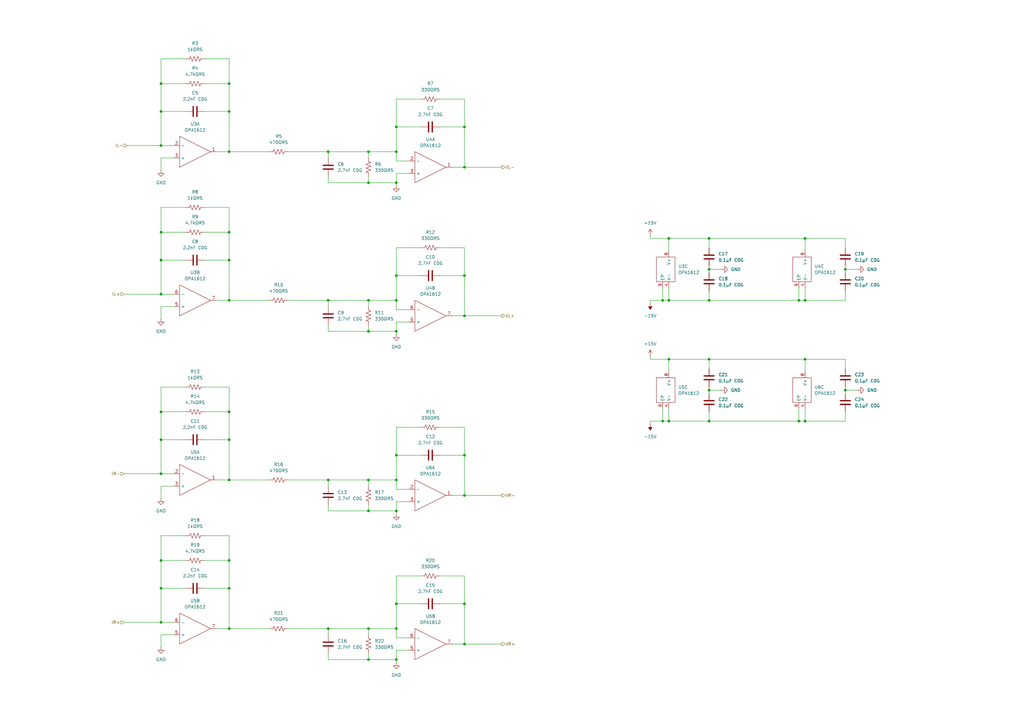
<source format=kicad_sch>
(kicad_sch (version 20231120) (generator "eeschema") (generator_version "8.0")
  (paper "A3")
  (lib_symbols
    (symbol "BW_Active:OPA1612"
      (property "Reference" "U" (at 2.794 5.588 0))
      (property "Value" "OPA1612" (at 2.794 3.302 0))
      (symbol "OPA1612_1_0"
        (pin output line (at 10.16 0 180) (length 2.54) (name "") (number "1"))
        (pin input line (at -7.62 2.54 0) (length 2.54) (name "-") (number "2"))
        (pin input line (at -7.62 -2.54 0) (length 2.54) (name "+") (number "3"))
      )
      (symbol "OPA1612_1_1"
        (polyline (pts (xy -5.08 6.35) (xy -5.08 -6.35) (xy 7.62 0) (xy -5.08 6.35)))
      )
      (symbol "OPA1612_2_0"
        (pin input line (at -7.62 -2.54 0) (length 2.54) (name "+") (number "5"))
        (pin input line (at -7.62 2.54 0) (length 2.54) (name "-") (number "6"))
        (pin output line (at 10.16 0 180) (length 2.54) (name "") (number "7"))
      )
      (symbol "OPA1612_2_1"
        (polyline (pts (xy -5.08 6.35) (xy -5.08 -6.35) (xy 7.62 0) (xy -5.08 6.35)))
      )
      (symbol "OPA1612_3_0"
        (pin power_in line (at 0 -7.62 90) (length 2.54) (name "V-") (number "4"))
        (pin power_in line (at 0 7.62 270) (length 2.54) (name "V+") (number "8"))
        (pin passive line (at -2.54 -7.62 90) (length 2.54) (name "EP") (number "9"))
      )
      (symbol "OPA1612_3_1"
        (rectangle (start -5.08 5.08) (end 2.54 -5.08))
      )
    )
    (symbol "Device:C" (pin_numbers hide) (pin_names (offset 0.254))
      (property "Reference" "C" (at 0.635 2.54 0))
      (property "Value" "C" (at 0.635 -2.54 0))
      (symbol "C_0_1"
        (polyline (pts (xy -2.032 -0.762) (xy 2.032 -0.762)) (stroke (width 0.508)))
        (polyline (pts (xy -2.032 0.762) (xy 2.032 0.762)) (stroke (width 0.508)))
      )
      (symbol "C_1_1"
        (pin passive line (at 0 3.81 270) (length 2.794) (name "~") (number "1"))
        (pin passive line (at 0 -3.81 90) (length 2.794) (name "~") (number "2"))
      )
    )
    (symbol "Device:R_US" (pin_numbers hide) (pin_names (offset 0))
      (property "Reference" "R" (at 2.54 0 90))
      (property "Value" "R_US" (at -2.54 0 90))
      (symbol "R_US_0_1"
        (polyline (pts (xy 0 -2.286) (xy 0 -2.54)))
        (polyline (pts (xy 0 2.286) (xy 0 2.54)))
        (polyline (pts (xy 0 -0.762) (xy 1.016 -1.143) (xy 0 -1.524) (xy -1.016 -1.905) (xy 0 -2.286)))
        (polyline (pts (xy 0 0.762) (xy 1.016 0.381) (xy 0 0) (xy -1.016 -0.381) (xy 0 -0.762)))
        (polyline (pts (xy 0 2.286) (xy 1.016 1.905) (xy 0 1.524) (xy -1.016 1.143) (xy 0 0.762)))
      )
      (symbol "R_US_1_1"
        (pin passive line (at 0 3.81 270) (length 1.27) (name "~") (number "1"))
        (pin passive line (at 0 -3.81 90) (length 1.27) (name "~") (number "2"))
      )
    )
    (symbol "power:+15V" (power) (pin_numbers hide) (pin_names (offset 0) hide)
      (property "Value" "+15V" (at 0 3.556 0))
      (symbol "+15V_0_1"
        (polyline (pts (xy -0.762 1.27) (xy 0 2.54)))
        (polyline (pts (xy 0 0) (xy 0 2.54)))
        (polyline (pts (xy 0 2.54) (xy 0.762 1.27)))
      )
      (symbol "+15V_1_1"
        (pin power_in line (at 0 0 90) (length 0) (name "~") (number "1"))
      )
    )
    (symbol "power:-15V" (power) (pin_numbers hide) (pin_names (offset 0) hide)
      (property "Value" "-15V" (at 0 3.556 0))
      (symbol "-15V_0_0"
        (pin power_in line (at 0 0 90) (length 0) (name "~") (number "1"))
      )
      (symbol "-15V_0_1"
        (polyline (pts (xy 0 0) (xy 0 1.27) (xy 0.762 1.27) (xy 0 2.54) (xy -0.762 1.27) (xy 0 1.27)) (fill (type outline)))
      )
    )
    (symbol "power:GND" (power) (pin_numbers hide) (pin_names (offset 0) hide)
      (property "Value" "GND" (at 0 -3.81 0))
      (symbol "GND_0_1"
        (polyline (pts (xy 0 0) (xy 0 -1.27) (xy 1.27 -1.27) (xy 0 -2.54) (xy -1.27 -1.27) (xy 0 -1.27)))
      )
      (symbol "GND_1_1"
        (pin power_in line (at 0 0 270) (length 0) (name "~") (number "1"))
      )
    )
  )
  (junction (at 162.56 52.07))
  (junction (at 290.83 110.49))
  (junction (at 93.98 229.87))
  (junction (at 162.56 62.23))
  (junction (at 93.98 62.23))
  (junction (at 274.32 97.79))
  (junction (at 162.56 123.19))
  (junction (at 346.71 110.49))
  (junction (at 162.56 113.03))
  (junction (at 151.13 135.89))
  (junction (at 190.5 264.16))
  (junction (at 134.62 123.19))
  (junction (at 66.04 106.68))
  (junction (at 330.2 172.72))
  (junction (at 134.62 196.85))
  (junction (at 330.2 97.79))
  (junction (at 271.78 123.19))
  (junction (at 66.04 180.34))
  (junction (at 162.56 74.93))
  (junction (at 190.5 203.2))
  (junction (at 93.98 106.68))
  (junction (at 290.83 97.79))
  (junction (at 151.13 74.93))
  (junction (at 93.98 168.91))
  (junction (at 93.98 196.85))
  (junction (at 162.56 270.51))
  (junction (at 330.2 147.32))
  (junction (at 66.04 120.65))
  (junction (at 162.56 135.89))
  (junction (at 151.13 196.85))
  (junction (at 66.04 229.87))
  (junction (at 274.32 147.32))
  (junction (at 151.13 257.81))
  (junction (at 151.13 62.23))
  (junction (at 190.5 52.07))
  (junction (at 151.13 270.51))
  (junction (at 290.83 147.32))
  (junction (at 66.04 241.3))
  (junction (at 190.5 129.54))
  (junction (at 151.13 209.55))
  (junction (at 93.98 257.81))
  (junction (at 66.04 194.31))
  (junction (at 93.98 45.72))
  (junction (at 93.98 123.19))
  (junction (at 274.32 123.19))
  (junction (at 190.5 113.03))
  (junction (at 66.04 255.27))
  (junction (at 327.66 172.72))
  (junction (at 190.5 186.69))
  (junction (at 290.83 160.02))
  (junction (at 162.56 196.85))
  (junction (at 162.56 186.69))
  (junction (at 330.2 123.19))
  (junction (at 162.56 209.55))
  (junction (at 134.62 62.23))
  (junction (at 346.71 160.02))
  (junction (at 93.98 241.3))
  (junction (at 162.56 247.65))
  (junction (at 134.62 257.81))
  (junction (at 290.83 172.72))
  (junction (at 66.04 45.72))
  (junction (at 190.5 68.58))
  (junction (at 66.04 168.91))
  (junction (at 66.04 34.29))
  (junction (at 327.66 123.19))
  (junction (at 271.78 172.72))
  (junction (at 93.98 95.25))
  (junction (at 190.5 247.65))
  (junction (at 274.32 172.72))
  (junction (at 66.04 95.25))
  (junction (at 151.13 123.19))
  (junction (at 93.98 180.34))
  (junction (at 66.04 59.69))
  (junction (at 162.56 257.81))
  (junction (at 93.98 34.29))
  (junction (at 290.83 123.19))
  (wire (pts (xy 290.83 110.49) (xy 295.91 110.49)))
  (wire (pts (xy 266.7 172.72) (xy 271.78 172.72)))
  (wire (pts (xy 118.11 123.19) (xy 134.62 123.19)))
  (wire (pts (xy 151.13 72.39) (xy 151.13 74.93)))
  (wire (pts (xy 134.62 125.73) (xy 134.62 123.19)))
  (wire (pts (xy 274.32 97.79) (xy 274.32 102.87)))
  (wire (pts (xy 66.04 194.31) (xy 66.04 180.34)))
  (wire (pts (xy 162.56 205.74) (xy 162.56 209.55)))
  (wire (pts (xy 172.72 175.26) (xy 162.56 175.26)))
  (wire (pts (xy 66.04 69.85) (xy 66.04 64.77)))
  (wire (pts (xy 266.7 124.46) (xy 266.7 123.19)))
  (wire (pts (xy 162.56 123.19) (xy 151.13 123.19)))
  (wire (pts (xy 330.2 123.19) (xy 346.71 123.19)))
  (wire (pts (xy 190.5 52.07) (xy 190.5 68.58)))
  (wire (pts (xy 346.71 147.32) (xy 346.71 151.13)))
  (wire (pts (xy 66.04 95.25) (xy 66.04 106.68)))
  (wire (pts (xy 162.56 247.65) (xy 162.56 257.81)))
  (wire (pts (xy 71.12 255.27) (xy 66.04 255.27)))
  (wire (pts (xy 167.64 71.12) (xy 162.56 71.12)))
  (wire (pts (xy 93.98 62.23) (xy 110.49 62.23)))
  (wire (pts (xy 180.34 113.03) (xy 190.5 113.03)))
  (wire (pts (xy 290.83 160.02) (xy 290.83 161.29)))
  (wire (pts (xy 76.2 168.91) (xy 66.04 168.91)))
  (wire (pts (xy 190.5 68.58) (xy 205.74 68.58)))
  (wire (pts (xy 162.56 209.55) (xy 151.13 209.55)))
  (wire (pts (xy 93.98 219.71) (xy 93.98 229.87)))
  (wire (pts (xy 290.83 168.91) (xy 290.83 172.72)))
  (wire (pts (xy 162.56 270.51) (xy 162.56 271.78)))
  (wire (pts (xy 162.56 236.22) (xy 162.56 247.65)))
  (wire (pts (xy 118.11 196.85) (xy 134.62 196.85)))
  (wire (pts (xy 190.5 203.2) (xy 205.74 203.2)))
  (wire (pts (xy 290.83 158.75) (xy 290.83 160.02)))
  (wire (pts (xy 93.98 229.87) (xy 93.98 241.3)))
  (wire (pts (xy 151.13 260.35) (xy 151.13 257.81)))
  (wire (pts (xy 93.98 196.85) (xy 93.98 180.34)))
  (wire (pts (xy 151.13 207.01) (xy 151.13 209.55)))
  (wire (pts (xy 93.98 62.23) (xy 88.9 62.23)))
  (wire (pts (xy 327.66 118.11) (xy 327.66 123.19)))
  (wire (pts (xy 151.13 196.85) (xy 134.62 196.85)))
  (wire (pts (xy 172.72 101.6) (xy 162.56 101.6)))
  (wire (pts (xy 118.11 62.23) (xy 134.62 62.23)))
  (wire (pts (xy 151.13 64.77) (xy 151.13 62.23)))
  (wire (pts (xy 271.78 167.64) (xy 271.78 172.72)))
  (wire (pts (xy 290.83 97.79) (xy 330.2 97.79)))
  (wire (pts (xy 274.32 147.32) (xy 290.83 147.32)))
  (wire (pts (xy 66.04 125.73) (xy 66.04 130.81)))
  (wire (pts (xy 290.83 160.02) (xy 295.91 160.02)))
  (wire (pts (xy 330.2 147.32) (xy 330.2 152.4)))
  (wire (pts (xy 88.9 257.81) (xy 93.98 257.81)))
  (wire (pts (xy 50.8 120.65) (xy 66.04 120.65)))
  (wire (pts (xy 83.82 219.71) (xy 93.98 219.71)))
  (wire (pts (xy 330.2 167.64) (xy 330.2 172.72)))
  (wire (pts (xy 346.71 123.19) (xy 346.71 119.38)))
  (wire (pts (xy 190.5 247.65) (xy 190.5 264.16)))
  (wire (pts (xy 93.98 24.13) (xy 93.98 34.29)))
  (wire (pts (xy 266.7 173.99) (xy 266.7 172.72)))
  (wire (pts (xy 172.72 247.65) (xy 162.56 247.65)))
  (wire (pts (xy 167.64 261.62) (xy 162.56 261.62)))
  (wire (pts (xy 66.04 45.72) (xy 66.04 59.69)))
  (wire (pts (xy 93.98 158.75) (xy 93.98 168.91)))
  (wire (pts (xy 83.82 241.3) (xy 93.98 241.3)))
  (wire (pts (xy 66.04 260.35) (xy 66.04 265.43)))
  (wire (pts (xy 290.83 147.32) (xy 330.2 147.32)))
  (wire (pts (xy 66.04 168.91) (xy 66.04 180.34)))
  (wire (pts (xy 290.83 147.32) (xy 290.83 151.13)))
  (wire (pts (xy 167.64 266.7) (xy 162.56 266.7)))
  (wire (pts (xy 93.98 45.72) (xy 93.98 62.23)))
  (wire (pts (xy 290.83 119.38) (xy 290.83 123.19)))
  (wire (pts (xy 76.2 34.29) (xy 66.04 34.29)))
  (wire (pts (xy 266.7 96.52) (xy 266.7 97.79)))
  (wire (pts (xy 66.04 59.69) (xy 71.12 59.69)))
  (wire (pts (xy 266.7 146.05) (xy 266.7 147.32)))
  (wire (pts (xy 88.9 123.19) (xy 93.98 123.19)))
  (wire (pts (xy 330.2 97.79) (xy 346.71 97.79)))
  (wire (pts (xy 134.62 260.35) (xy 134.62 257.81)))
  (wire (pts (xy 185.42 264.16) (xy 190.5 264.16)))
  (wire (pts (xy 162.56 200.66) (xy 162.56 196.85)))
  (wire (pts (xy 190.5 40.64) (xy 190.5 52.07)))
  (wire (pts (xy 190.5 175.26) (xy 190.5 186.69)))
  (wire (pts (xy 151.13 125.73) (xy 151.13 123.19)))
  (wire (pts (xy 76.2 106.68) (xy 66.04 106.68)))
  (wire (pts (xy 66.04 229.87) (xy 66.04 241.3)))
  (wire (pts (xy 66.04 64.77) (xy 71.12 64.77)))
  (wire (pts (xy 346.71 160.02) (xy 351.79 160.02)))
  (wire (pts (xy 71.12 120.65) (xy 66.04 120.65)))
  (wire (pts (xy 52.07 59.69) (xy 66.04 59.69)))
  (wire (pts (xy 93.98 34.29) (xy 93.98 45.72)))
  (wire (pts (xy 76.2 180.34) (xy 66.04 180.34)))
  (wire (pts (xy 162.56 186.69) (xy 162.56 196.85)))
  (wire (pts (xy 162.56 196.85) (xy 151.13 196.85)))
  (wire (pts (xy 190.5 236.22) (xy 190.5 247.65)))
  (wire (pts (xy 71.12 199.39) (xy 66.04 199.39)))
  (wire (pts (xy 134.62 209.55) (xy 134.62 207.01)))
  (wire (pts (xy 93.98 196.85) (xy 110.49 196.85)))
  (wire (pts (xy 205.74 264.16) (xy 190.5 264.16)))
  (wire (pts (xy 180.34 40.64) (xy 190.5 40.64)))
  (wire (pts (xy 274.32 167.64) (xy 274.32 172.72)))
  (wire (pts (xy 162.56 209.55) (xy 162.56 210.82)))
  (wire (pts (xy 93.98 168.91) (xy 93.98 180.34)))
  (wire (pts (xy 290.83 109.22) (xy 290.83 110.49)))
  (wire (pts (xy 172.72 186.69) (xy 162.56 186.69)))
  (wire (pts (xy 151.13 209.55) (xy 134.62 209.55)))
  (wire (pts (xy 118.11 257.81) (xy 134.62 257.81)))
  (wire (pts (xy 71.12 260.35) (xy 66.04 260.35)))
  (wire (pts (xy 346.71 172.72) (xy 346.71 168.91)))
  (wire (pts (xy 76.2 45.72) (xy 66.04 45.72)))
  (wire (pts (xy 271.78 118.11) (xy 271.78 123.19)))
  (wire (pts (xy 330.2 97.79) (xy 330.2 102.87)))
  (wire (pts (xy 167.64 66.04) (xy 162.56 66.04)))
  (wire (pts (xy 76.2 219.71) (xy 66.04 219.71)))
  (wire (pts (xy 346.71 97.79) (xy 346.71 101.6)))
  (wire (pts (xy 167.64 205.74) (xy 162.56 205.74)))
  (wire (pts (xy 76.2 241.3) (xy 66.04 241.3)))
  (wire (pts (xy 290.83 172.72) (xy 327.66 172.72)))
  (wire (pts (xy 151.13 267.97) (xy 151.13 270.51)))
  (wire (pts (xy 162.56 52.07) (xy 172.72 52.07)))
  (wire (pts (xy 66.04 219.71) (xy 66.04 229.87)))
  (wire (pts (xy 151.13 199.39) (xy 151.13 196.85)))
  (wire (pts (xy 190.5 186.69) (xy 190.5 203.2)))
  (wire (pts (xy 134.62 74.93) (xy 134.62 72.39)))
  (wire (pts (xy 180.34 247.65) (xy 190.5 247.65)))
  (wire (pts (xy 274.32 118.11) (xy 274.32 123.19)))
  (wire (pts (xy 266.7 123.19) (xy 271.78 123.19)))
  (wire (pts (xy 162.56 135.89) (xy 162.56 137.16)))
  (wire (pts (xy 83.82 85.09) (xy 93.98 85.09)))
  (wire (pts (xy 151.13 123.19) (xy 134.62 123.19)))
  (wire (pts (xy 162.56 66.04) (xy 162.56 62.23)))
  (wire (pts (xy 83.82 34.29) (xy 93.98 34.29)))
  (wire (pts (xy 162.56 40.64) (xy 162.56 52.07)))
  (wire (pts (xy 180.34 236.22) (xy 190.5 236.22)))
  (wire (pts (xy 76.2 229.87) (xy 66.04 229.87)))
  (wire (pts (xy 190.5 68.58) (xy 185.42 68.58)))
  (wire (pts (xy 83.82 45.72) (xy 93.98 45.72)))
  (wire (pts (xy 172.72 113.03) (xy 162.56 113.03)))
  (wire (pts (xy 151.13 62.23) (xy 134.62 62.23)))
  (wire (pts (xy 327.66 172.72) (xy 330.2 172.72)))
  (wire (pts (xy 180.34 52.07) (xy 190.5 52.07)))
  (wire (pts (xy 162.56 261.62) (xy 162.56 257.81)))
  (wire (pts (xy 162.56 52.07) (xy 162.56 62.23)))
  (wire (pts (xy 50.8 255.27) (xy 66.04 255.27)))
  (wire (pts (xy 180.34 186.69) (xy 190.5 186.69)))
  (wire (pts (xy 83.82 106.68) (xy 93.98 106.68)))
  (wire (pts (xy 66.04 158.75) (xy 66.04 168.91)))
  (wire (pts (xy 180.34 101.6) (xy 190.5 101.6)))
  (wire (pts (xy 76.2 158.75) (xy 66.04 158.75)))
  (wire (pts (xy 162.56 266.7) (xy 162.56 270.51)))
  (wire (pts (xy 266.7 97.79) (xy 274.32 97.79)))
  (wire (pts (xy 167.64 200.66) (xy 162.56 200.66)))
  (wire (pts (xy 162.56 270.51) (xy 151.13 270.51)))
  (wire (pts (xy 274.32 97.79) (xy 290.83 97.79)))
  (wire (pts (xy 205.74 129.54) (xy 190.5 129.54)))
  (wire (pts (xy 162.56 135.89) (xy 151.13 135.89)))
  (wire (pts (xy 66.04 24.13) (xy 66.04 34.29)))
  (wire (pts (xy 66.04 85.09) (xy 66.04 95.25)))
  (wire (pts (xy 93.98 257.81) (xy 110.49 257.81)))
  (wire (pts (xy 83.82 95.25) (xy 93.98 95.25)))
  (wire (pts (xy 162.56 74.93) (xy 151.13 74.93)))
  (wire (pts (xy 93.98 257.81) (xy 93.98 241.3)))
  (wire (pts (xy 327.66 123.19) (xy 330.2 123.19)))
  (wire (pts (xy 50.8 194.31) (xy 66.04 194.31)))
  (wire (pts (xy 330.2 147.32) (xy 346.71 147.32)))
  (wire (pts (xy 274.32 147.32) (xy 274.32 152.4)))
  (wire (pts (xy 274.32 123.19) (xy 290.83 123.19)))
  (wire (pts (xy 266.7 147.32) (xy 274.32 147.32)))
  (wire (pts (xy 83.82 229.87) (xy 93.98 229.87)))
  (wire (pts (xy 134.62 270.51) (xy 134.62 267.97)))
  (wire (pts (xy 88.9 196.85) (xy 93.98 196.85)))
  (wire (pts (xy 162.56 132.08) (xy 162.56 135.89)))
  (wire (pts (xy 271.78 172.72) (xy 274.32 172.72)))
  (wire (pts (xy 346.71 158.75) (xy 346.71 160.02)))
  (wire (pts (xy 162.56 127) (xy 162.56 123.19)))
  (wire (pts (xy 71.12 194.31) (xy 66.04 194.31)))
  (wire (pts (xy 330.2 172.72) (xy 346.71 172.72)))
  (wire (pts (xy 66.04 120.65) (xy 66.04 106.68)))
  (wire (pts (xy 66.04 255.27) (xy 66.04 241.3)))
  (wire (pts (xy 151.13 257.81) (xy 134.62 257.81)))
  (wire (pts (xy 66.04 34.29) (xy 66.04 45.72)))
  (wire (pts (xy 290.83 110.49) (xy 290.83 111.76)))
  (wire (pts (xy 346.71 110.49) (xy 346.71 111.76)))
  (wire (pts (xy 71.12 125.73) (xy 66.04 125.73)))
  (wire (pts (xy 151.13 133.35) (xy 151.13 135.89)))
  (wire (pts (xy 167.64 127) (xy 162.56 127)))
  (wire (pts (xy 93.98 85.09) (xy 93.98 95.25)))
  (wire (pts (xy 83.82 24.13) (xy 93.98 24.13)))
  (wire (pts (xy 290.83 123.19) (xy 327.66 123.19)))
  (wire (pts (xy 162.56 113.03) (xy 162.56 123.19)))
  (wire (pts (xy 162.56 71.12) (xy 162.56 74.93)))
  (wire (pts (xy 162.56 101.6) (xy 162.56 113.03)))
  (wire (pts (xy 76.2 85.09) (xy 66.04 85.09)))
  (wire (pts (xy 162.56 175.26) (xy 162.56 186.69)))
  (wire (pts (xy 190.5 101.6) (xy 190.5 113.03)))
  (wire (pts (xy 66.04 199.39) (xy 66.04 204.47)))
  (wire (pts (xy 151.13 135.89) (xy 134.62 135.89)))
  (wire (pts (xy 172.72 40.64) (xy 162.56 40.64)))
  (wire (pts (xy 190.5 113.03) (xy 190.5 129.54)))
  (wire (pts (xy 274.32 172.72) (xy 290.83 172.72)))
  (wire (pts (xy 346.71 109.22) (xy 346.71 110.49)))
  (wire (pts (xy 346.71 110.49) (xy 351.79 110.49)))
  (wire (pts (xy 151.13 74.93) (xy 134.62 74.93)))
  (wire (pts (xy 185.42 203.2) (xy 190.5 203.2)))
  (wire (pts (xy 172.72 236.22) (xy 162.56 236.22)))
  (wire (pts (xy 134.62 64.77) (xy 134.62 62.23)))
  (wire (pts (xy 93.98 95.25) (xy 93.98 106.68)))
  (wire (pts (xy 83.82 168.91) (xy 93.98 168.91)))
  (wire (pts (xy 330.2 118.11) (xy 330.2 123.19)))
  (wire (pts (xy 327.66 167.64) (xy 327.66 172.72)))
  (wire (pts (xy 151.13 270.51) (xy 134.62 270.51)))
  (wire (pts (xy 93.98 123.19) (xy 93.98 106.68)))
  (wire (pts (xy 185.42 129.54) (xy 190.5 129.54)))
  (wire (pts (xy 134.62 135.89) (xy 134.62 133.35)))
  (wire (pts (xy 162.56 257.81) (xy 151.13 257.81)))
  (wire (pts (xy 76.2 95.25) (xy 66.04 95.25)))
  (wire (pts (xy 346.71 160.02) (xy 346.71 161.29)))
  (wire (pts (xy 167.64 132.08) (xy 162.56 132.08)))
  (wire (pts (xy 151.13 62.23) (xy 162.56 62.23)))
  (wire (pts (xy 93.98 123.19) (xy 110.49 123.19)))
  (wire (pts (xy 290.83 97.79) (xy 290.83 101.6)))
  (wire (pts (xy 162.56 74.93) (xy 162.56 76.2)))
  (wire (pts (xy 271.78 123.19) (xy 274.32 123.19)))
  (wire (pts (xy 83.82 158.75) (xy 93.98 158.75)))
  (wire (pts (xy 134.62 199.39) (xy 134.62 196.85)))
  (wire (pts (xy 180.34 175.26) (xy 190.5 175.26)))
  (wire (pts (xy 76.2 24.13) (xy 66.04 24.13)))
  (wire (pts (xy 83.82 180.34) (xy 93.98 180.34)))
  (hierarchical_label "VL+" (shape output) (at 205.74 129.54 0))
  (hierarchical_label "VL-" (shape output) (at 205.74 68.58 0))
  (hierarchical_label "IL+" (shape input) (at 50.8 120.65 180))
  (hierarchical_label "VR+" (shape output) (at 205.74 264.16 0))
  (hierarchical_label "IR+" (shape input) (at 50.8 255.27 180))
  (hierarchical_label "IR-" (shape input) (at 50.8 194.31 180))
  (hierarchical_label "IL-" (shape input) (at 52.07 59.69 180))
  (hierarchical_label "VR-" (shape output) (at 205.74 203.2 0))
  (symbol (lib_id "Device:C") (at 290.83 165.1 180) (unit 1)
    (property "Reference" "C22" (at 294.64 163.8299 0) (effects (justify right)))
    (property "Value" "0.1µF C0G" (at 294.64 166.3699 0) (effects (justify right)))
    (property "Description" "Unpolarized capacitor" (effects (hide yes)))
  )
  (symbol (lib_id "BW_Active:OPA1612") (at 175.26 203.2 0) (unit 1)
    (property "Reference" "U6" (at 176.53 191.77 0))
    (property "Value" "OPA1612" (at 176.53 194.31 0))
    (property "Datasheet" "https://www.ti.com/lit/ds/symlink/opa1612.pdf" (effects (hide yes)))
    (property "Description" "High-performance Dual Audio OpAmp" (effects (hide yes)))
  )
  (symbol (lib_id "Device:C") (at 176.53 247.65 270) (unit 1)
    (property "Reference" "C15" (at 176.53 240.03 90))
    (property "Value" "2.7nF C0G" (at 176.53 242.57 90))
    (property "Description" "Unpolarized capacitor" (effects (hide yes)))
  )
  (symbol (lib_id "Device:C") (at 80.01 106.68 90) (unit 1)
    (property "Reference" "C8" (at 80.01 99.06 90))
    (property "Value" "2.2nF C0G" (at 80.01 101.6 90))
    (property "Description" "Unpolarized capacitor" (effects (hide yes)))
  )
  (symbol (lib_id "Device:C") (at 346.71 105.41 180) (unit 1)
    (property "Reference" "C19" (at 350.52 104.1399 0) (effects (justify right)))
    (property "Value" "0.1µF C0G" (at 350.52 106.6799 0) (effects (justify right)))
    (property "Description" "Unpolarized capacitor" (effects (hide yes)))
  )
  (symbol (lib_id "power:-15V") (at 266.7 173.99 180) (unit 1)
    (property "Reference" "#PWR016" (effects (hide yes)))
    (property "Value" "-15V" (at 266.7 179.07 0))
    (property "Description" "Power symbol creates a global label with name \"-15V\"" (effects (hide yes)))
  )
  (symbol (lib_id "BW_Active:OPA1612") (at 330.2 160.02 0) (unit 3)
    (property "Reference" "U6" (at 334.01 158.7499 0) (effects (justify left)))
    (property "Value" "OPA1612" (at 334.01 161.2899 0) (effects (justify left)))
    (property "Datasheet" "https://www.ti.com/lit/ds/symlink/opa1612.pdf" (effects (hide yes)))
    (property "Description" "High-performance Dual Audio OpAmp" (effects (hide yes)))
  )
  (symbol (lib_id "Device:C") (at 80.01 45.72 90) (unit 1)
    (property "Reference" "C5" (at 80.01 38.1 90))
    (property "Value" "2.2nF C0G" (at 80.01 40.64 90))
    (property "Description" "Unpolarized capacitor" (effects (hide yes)))
  )
  (symbol (lib_id "power:GND") (at 162.56 271.78 0) (unit 1)
    (property "Reference" "#PWR08" (effects (hide yes)))
    (property "Value" "GND" (at 162.56 276.86 0))
    (property "Description" "Power symbol creates a global label with name \"GND\" , ground" (effects (hide yes)))
  )
  (symbol (lib_id "BW_Active:OPA1612") (at 274.32 160.02 0) (unit 3)
    (property "Reference" "U5" (at 278.13 158.7499 0) (effects (justify left)))
    (property "Value" "OPA1612" (at 278.13 161.2899 0) (effects (justify left)))
    (property "Datasheet" "https://www.ti.com/lit/ds/symlink/opa1612.pdf" (effects (hide yes)))
    (property "Description" "High-performance Dual Audio OpAmp" (effects (hide yes)))
  )
  (symbol (lib_id "Device:R_US") (at 114.3 196.85 90) (unit 1)
    (property "Reference" "R16" (at 114.3 190.5 90))
    (property "Value" "470ΩRS" (at 114.3 193.04 90))
    (property "Description" "Resistor, US symbol" (effects (hide yes)))
  )
  (symbol (lib_id "Device:R_US") (at 151.13 264.16 180) (unit 1)
    (property "Reference" "R22" (at 153.67 262.8899 0) (effects (justify right)))
    (property "Value" "330ΩRS" (at 153.67 265.4299 0) (effects (justify right)))
    (property "Description" "Resistor, US symbol" (effects (hide yes)))
  )
  (symbol (lib_id "Device:R_US") (at 80.01 168.91 90) (unit 1)
    (property "Reference" "R14" (at 80.01 162.56 90))
    (property "Value" "4.7kΩRS" (at 80.01 165.1 90))
    (property "Description" "Resistor, US symbol" (effects (hide yes)))
  )
  (symbol (lib_id "Device:R_US") (at 114.3 257.81 90) (unit 1)
    (property "Reference" "R21" (at 114.3 251.46 90))
    (property "Value" "470ΩRS" (at 114.3 254 90))
    (property "Description" "Resistor, US symbol" (effects (hide yes)))
  )
  (symbol (lib_id "power:GND") (at 351.79 160.02 90) (unit 1)
    (property "Reference" "#PWR012" (effects (hide yes)))
    (property "Value" "GND" (at 355.6 160.0199 90) (effects (justify right)))
    (property "Description" "Power symbol creates a global label with name \"GND\" , ground" (effects (hide yes)))
  )
  (symbol (lib_id "Device:R_US") (at 176.53 236.22 270) (unit 1)
    (property "Reference" "R20" (at 176.53 229.87 90))
    (property "Value" "330ΩRS" (at 176.53 232.41 90))
    (property "Description" "Resistor, US symbol" (effects (hide yes)))
  )
  (symbol (lib_id "power:+15V") (at 266.7 146.05 0) (unit 1)
    (property "Reference" "#PWR015" (effects (hide yes)))
    (property "Value" "+15V" (at 266.7 140.97 0))
    (property "Description" "Power symbol creates a global label with name \"+15V\"" (effects (hide yes)))
  )
  (symbol (lib_id "Device:R_US") (at 80.01 229.87 90) (unit 1)
    (property "Reference" "R19" (at 80.01 223.52 90))
    (property "Value" "4.7kΩRS" (at 80.01 226.06 90))
    (property "Description" "Resistor, US symbol" (effects (hide yes)))
  )
  (symbol (lib_id "Device:R_US") (at 80.01 158.75 90) (unit 1)
    (property "Reference" "R13" (at 80.01 152.4 90))
    (property "Value" "1kΩRS" (at 80.01 154.94 90))
    (property "Description" "Resistor, US symbol" (effects (hide yes)))
  )
  (symbol (lib_id "Device:C") (at 346.71 115.57 180) (unit 1)
    (property "Reference" "C20" (at 350.52 114.2999 0) (effects (justify right)))
    (property "Value" "0.1µF C0G" (at 350.52 116.8399 0) (effects (justify right)))
    (property "Description" "Unpolarized capacitor" (effects (hide yes)))
  )
  (symbol (lib_id "power:GND") (at 162.56 210.82 0) (unit 1)
    (property "Reference" "#PWR06" (effects (hide yes)))
    (property "Value" "GND" (at 162.56 215.9 0))
    (property "Description" "Power symbol creates a global label with name \"GND\" , ground" (effects (hide yes)))
  )
  (symbol (lib_id "power:GND") (at 162.56 137.16 0) (unit 1)
    (property "Reference" "#PWR04" (effects (hide yes)))
    (property "Value" "GND" (at 162.56 142.24 0))
    (property "Description" "Power symbol creates a global label with name \"GND\" , ground" (effects (hide yes)))
  )
  (symbol (lib_id "Device:C") (at 80.01 241.3 90) (unit 1)
    (property "Reference" "C14" (at 80.01 233.68 90))
    (property "Value" "2.2nF C0G" (at 80.01 236.22 90))
    (property "Description" "Unpolarized capacitor" (effects (hide yes)))
  )
  (symbol (lib_id "power:GND") (at 66.04 69.85 0) (unit 1)
    (property "Reference" "#PWR01" (effects (hide yes)))
    (property "Value" "GND" (at 66.04 74.93 0))
    (property "Description" "Power symbol creates a global label with name \"GND\" , ground" (effects (hide yes)))
  )
  (symbol (lib_id "Device:C") (at 346.71 154.94 180) (unit 1)
    (property "Reference" "C23" (at 350.52 153.6699 0) (effects (justify right)))
    (property "Value" "0.1µF C0G" (at 350.52 156.2099 0) (effects (justify right)))
    (property "Description" "Unpolarized capacitor" (effects (hide yes)))
  )
  (symbol (lib_id "power:GND") (at 66.04 130.81 0) (unit 1)
    (property "Reference" "#PWR03" (effects (hide yes)))
    (property "Value" "GND" (at 66.04 135.89 0))
    (property "Description" "Power symbol creates a global label with name \"GND\" , ground" (effects (hide yes)))
  )
  (symbol (lib_id "power:GND") (at 351.79 110.49 90) (unit 1)
    (property "Reference" "#PWR010" (effects (hide yes)))
    (property "Value" "GND" (at 355.6 110.4899 90) (effects (justify right)))
    (property "Description" "Power symbol creates a global label with name \"GND\" , ground" (effects (hide yes)))
  )
  (symbol (lib_id "Device:R_US") (at 80.01 85.09 90) (unit 1)
    (property "Reference" "R8" (at 80.01 78.74 90))
    (property "Value" "1kΩRS" (at 80.01 81.28 90))
    (property "Description" "Resistor, US symbol" (effects (hide yes)))
  )
  (symbol (lib_id "power:GND") (at 66.04 204.47 0) (unit 1)
    (property "Reference" "#PWR05" (effects (hide yes)))
    (property "Value" "GND" (at 66.04 209.55 0))
    (property "Description" "Power symbol creates a global label with name \"GND\" , ground" (effects (hide yes)))
  )
  (symbol (lib_id "power:GND") (at 66.04 265.43 0) (unit 1)
    (property "Reference" "#PWR07" (effects (hide yes)))
    (property "Value" "GND" (at 66.04 270.51 0))
    (property "Description" "Power symbol creates a global label with name \"GND\" , ground" (effects (hide yes)))
  )
  (symbol (lib_id "BW_Active:OPA1612") (at 175.26 264.16 0) (unit 2)
    (property "Reference" "U6" (at 176.53 252.73 0))
    (property "Value" "OPA1612" (at 176.53 255.27 0))
    (property "Datasheet" "https://www.ti.com/lit/ds/symlink/opa1612.pdf" (effects (hide yes)))
    (property "Description" "High-performance Dual Audio OpAmp" (effects (hide yes)))
  )
  (symbol (lib_id "Device:C") (at 134.62 68.58 180) (unit 1)
    (property "Reference" "C6" (at 138.43 67.3099 0) (effects (justify right)))
    (property "Value" "2.7nF C0G" (at 138.43 69.8499 0) (effects (justify right)))
    (property "Description" "Unpolarized capacitor" (effects (hide yes)))
  )
  (symbol (lib_id "Device:C") (at 290.83 115.57 180) (unit 1)
    (property "Reference" "C18" (at 294.64 114.2999 0) (effects (justify right)))
    (property "Value" "0.1µF C0G" (at 294.64 116.8399 0) (effects (justify right)))
    (property "Description" "Unpolarized capacitor" (effects (hide yes)))
  )
  (symbol (lib_id "BW_Active:OPA1612") (at 78.74 196.85 0) (unit 1)
    (property "Reference" "U5" (at 80.01 185.42 0))
    (property "Value" "OPA1612" (at 80.01 187.96 0))
    (property "Datasheet" "https://www.ti.com/lit/ds/symlink/opa1612.pdf" (effects (hide yes)))
    (property "Description" "High-performance Dual Audio OpAmp" (effects (hide yes)))
  )
  (symbol (lib_id "Device:C") (at 80.01 180.34 90) (unit 1)
    (property "Reference" "C11" (at 80.01 172.72 90))
    (property "Value" "2.2nF C0G" (at 80.01 175.26 90))
    (property "Description" "Unpolarized capacitor" (effects (hide yes)))
  )
  (symbol (lib_id "Device:R_US") (at 176.53 175.26 270) (unit 1)
    (property "Reference" "R15" (at 176.53 168.91 90))
    (property "Value" "330ΩRS" (at 176.53 171.45 90))
    (property "Description" "Resistor, US symbol" (effects (hide yes)))
  )
  (symbol (lib_id "Device:C") (at 290.83 154.94 180) (unit 1)
    (property "Reference" "C21" (at 294.64 153.6699 0) (effects (justify right)))
    (property "Value" "0.1µF C0G" (at 294.64 156.2099 0) (effects (justify right)))
    (property "Description" "Unpolarized capacitor" (effects (hide yes)))
  )
  (symbol (lib_id "Device:C") (at 176.53 186.69 270) (unit 1)
    (property "Reference" "C12" (at 176.53 179.07 90))
    (property "Value" "2.7nF C0G" (at 176.53 181.61 90))
    (property "Description" "Unpolarized capacitor" (effects (hide yes)))
  )
  (symbol (lib_id "power:GND") (at 295.91 160.02 90) (unit 1)
    (property "Reference" "#PWR011" (effects (hide yes)))
    (property "Value" "GND" (at 299.72 160.0199 90) (effects (justify right)))
    (property "Description" "Power symbol creates a global label with name \"GND\" , ground" (effects (hide yes)))
  )
  (symbol (lib_id "Device:C") (at 176.53 113.03 270) (unit 1)
    (property "Reference" "C10" (at 176.53 105.41 90))
    (property "Value" "2.7nF C0G" (at 176.53 107.95 90))
    (property "Description" "Unpolarized capacitor" (effects (hide yes)))
  )
  (symbol (lib_id "Device:R_US") (at 151.13 68.58 180) (unit 1)
    (property "Reference" "R6" (at 153.67 67.3099 0) (effects (justify right)))
    (property "Value" "330ΩRS" (at 153.67 69.8499 0) (effects (justify right)))
    (property "Description" "Resistor, US symbol" (effects (hide yes)))
  )
  (symbol (lib_id "BW_Active:OPA1612") (at 274.32 110.49 0) (unit 3)
    (property "Reference" "U3" (at 278.13 109.2199 0) (effects (justify left)))
    (property "Value" "OPA1612" (at 278.13 111.7599 0) (effects (justify left)))
    (property "Datasheet" "https://www.ti.com/lit/ds/symlink/opa1612.pdf" (effects (hide yes)))
    (property "Description" "High-performance Dual Audio OpAmp" (effects (hide yes)))
  )
  (symbol (lib_id "Device:R_US") (at 80.01 24.13 90) (unit 1)
    (property "Reference" "R3" (at 80.01 17.78 90))
    (property "Value" "1kΩRS" (at 80.01 20.32 90))
    (property "Description" "Resistor, US symbol" (effects (hide yes)))
  )
  (symbol (lib_id "Device:R_US") (at 176.53 40.64 270) (unit 1)
    (property "Reference" "R7" (at 176.53 34.29 90))
    (property "Value" "330ΩRS" (at 176.53 36.83 90))
    (property "Description" "Resistor, US symbol" (effects (hide yes)))
  )
  (symbol (lib_id "Device:R_US") (at 80.01 34.29 90) (unit 1)
    (property "Reference" "R4" (at 80.01 27.94 90))
    (property "Value" "4.7kΩRS" (at 80.01 30.48 90))
    (property "Description" "Resistor, US symbol" (effects (hide yes)))
  )
  (symbol (lib_id "BW_Active:OPA1612") (at 78.74 123.19 0) (unit 2)
    (property "Reference" "U3" (at 80.01 111.76 0))
    (property "Value" "OPA1612" (at 80.01 114.3 0))
    (property "Datasheet" "https://www.ti.com/lit/ds/symlink/opa1612.pdf" (effects (hide yes)))
    (property "Description" "High-performance Dual Audio OpAmp" (effects (hide yes)))
  )
  (symbol (lib_id "BW_Active:OPA1612") (at 78.74 257.81 0) (unit 2)
    (property "Reference" "U5" (at 80.01 246.38 0))
    (property "Value" "OPA1612" (at 80.01 248.92 0))
    (property "Datasheet" "https://www.ti.com/lit/ds/symlink/opa1612.pdf" (effects (hide yes)))
    (property "Description" "High-performance Dual Audio OpAmp" (effects (hide yes)))
  )
  (symbol (lib_id "power:+15V") (at 266.7 96.52 0) (unit 1)
    (property "Reference" "#PWR014" (effects (hide yes)))
    (property "Value" "+15V" (at 266.7 91.44 0))
    (property "Description" "Power symbol creates a global label with name \"+15V\"" (effects (hide yes)))
  )
  (symbol (lib_id "Device:R_US") (at 151.13 129.54 180) (unit 1)
    (property "Reference" "R11" (at 153.67 128.2699 0) (effects (justify right)))
    (property "Value" "330ΩRS" (at 153.67 130.8099 0) (effects (justify right)))
    (property "Description" "Resistor, US symbol" (effects (hide yes)))
  )
  (symbol (lib_id "BW_Active:OPA1612") (at 175.26 68.58 0) (unit 1)
    (property "Reference" "U4" (at 176.53 57.15 0))
    (property "Value" "OPA1612" (at 176.53 59.69 0))
    (property "Datasheet" "https://www.ti.com/lit/ds/symlink/opa1612.pdf" (effects (hide yes)))
    (property "Description" "High-performance Dual Audio OpAmp" (effects (hide yes)))
  )
  (symbol (lib_id "Device:R_US") (at 80.01 219.71 90) (unit 1)
    (property "Reference" "R18" (at 80.01 213.36 90))
    (property "Value" "1kΩRS" (at 80.01 215.9 90))
    (property "Description" "Resistor, US symbol" (effects (hide yes)))
  )
  (symbol (lib_id "Device:C") (at 346.71 165.1 180) (unit 1)
    (property "Reference" "C24" (at 350.52 163.8299 0) (effects (justify right)))
    (property "Value" "0.1µF C0G" (at 350.52 166.3699 0) (effects (justify right)))
    (property "Description" "Unpolarized capacitor" (effects (hide yes)))
  )
  (symbol (lib_id "Device:R_US") (at 80.01 95.25 90) (unit 1)
    (property "Reference" "R9" (at 80.01 88.9 90))
    (property "Value" "4.7kΩRS" (at 80.01 91.44 90))
    (property "Description" "Resistor, US symbol" (effects (hide yes)))
  )
  (symbol (lib_id "Device:C") (at 290.83 105.41 180) (unit 1)
    (property "Reference" "C17" (at 294.64 104.1399 0) (effects (justify right)))
    (property "Value" "0.1µF C0G" (at 294.64 106.6799 0) (effects (justify right)))
    (property "Description" "Unpolarized capacitor" (effects (hide yes)))
  )
  (symbol (lib_id "BW_Active:OPA1612") (at 78.74 62.23 0) (unit 1)
    (property "Reference" "U3" (at 80.01 50.8 0))
    (property "Value" "OPA1612" (at 80.01 53.34 0))
    (property "Datasheet" "https://www.ti.com/lit/ds/symlink/opa1612.pdf" (effects (hide yes)))
    (property "Description" "High-performance Dual Audio OpAmp" (effects (hide yes)))
  )
  (symbol (lib_id "power:-15V") (at 266.7 124.46 180) (unit 1)
    (property "Reference" "#PWR013" (effects (hide yes)))
    (property "Value" "-15V" (at 266.7 129.54 0))
    (property "Description" "Power symbol creates a global label with name \"-15V\"" (effects (hide yes)))
  )
  (symbol (lib_id "Device:R_US") (at 114.3 62.23 90) (unit 1)
    (property "Reference" "R5" (at 114.3 55.88 90))
    (property "Value" "470ΩRS" (at 114.3 58.42 90))
    (property "Description" "Resistor, US symbol" (effects (hide yes)))
  )
  (symbol (lib_id "power:GND") (at 162.56 76.2 0) (unit 1)
    (property "Reference" "#PWR02" (effects (hide yes)))
    (property "Value" "GND" (at 162.56 81.28 0))
    (property "Description" "Power symbol creates a global label with name \"GND\" , ground" (effects (hide yes)))
  )
  (symbol (lib_id "power:GND") (at 295.91 110.49 90) (unit 1)
    (property "Reference" "#PWR09" (effects (hide yes)))
    (property "Value" "GND" (at 299.72 110.4899 90) (effects (justify right)))
    (property "Description" "Power symbol creates a global label with name \"GND\" , ground" (effects (hide yes)))
  )
  (symbol (lib_id "Device:C") (at 134.62 203.2 180) (unit 1)
    (property "Reference" "C13" (at 138.43 201.9299 0) (effects (justify right)))
    (property "Value" "2.7nF C0G" (at 138.43 204.4699 0) (effects (justify right)))
    (property "Description" "Unpolarized capacitor" (effects (hide yes)))
  )
  (symbol (lib_id "Device:C") (at 176.53 52.07 270) (unit 1)
    (property "Reference" "C7" (at 176.53 44.45 90))
    (property "Value" "2.7nF C0G" (at 176.53 46.99 90))
    (property "Description" "Unpolarized capacitor" (effects (hide yes)))
  )
  (symbol (lib_id "BW_Active:OPA1612") (at 330.2 110.49 0) (unit 3)
    (property "Reference" "U4" (at 334.01 109.2199 0) (effects (justify left)))
    (property "Value" "OPA1612" (at 334.01 111.7599 0) (effects (justify left)))
    (property "Datasheet" "https://www.ti.com/lit/ds/symlink/opa1612.pdf" (effects (hide yes)))
    (property "Description" "High-performance Dual Audio OpAmp" (effects (hide yes)))
  )
  (symbol (lib_id "Device:R_US") (at 114.3 123.19 90) (unit 1)
    (property "Reference" "R10" (at 114.3 116.84 90))
    (property "Value" "470ΩRS" (at 114.3 119.38 90))
    (property "Description" "Resistor, US symbol" (effects (hide yes)))
  )
  (symbol (lib_id "BW_Active:OPA1612") (at 175.26 129.54 0) (unit 2)
    (property "Reference" "U4" (at 176.53 118.11 0))
    (property "Value" "OPA1612" (at 176.53 120.65 0))
    (property "Datasheet" "https://www.ti.com/lit/ds/symlink/opa1612.pdf" (effects (hide yes)))
    (property "Description" "High-performance Dual Audio OpAmp" (effects (hide yes)))
  )
  (symbol (lib_id "Device:R_US") (at 151.13 203.2 180) (unit 1)
    (property "Reference" "R17" (at 153.67 201.9299 0) (effects (justify right)))
    (property "Value" "330ΩRS" (at 153.67 204.4699 0) (effects (justify right)))
    (property "Description" "Resistor, US symbol" (effects (hide yes)))
  )
  (symbol (lib_id "Device:C") (at 134.62 129.54 180) (unit 1)
    (property "Reference" "C9" (at 138.43 128.2699 0) (effects (justify right)))
    (property "Value" "2.7nF C0G" (at 138.43 130.8099 0) (effects (justify right)))
    (property "Description" "Unpolarized capacitor" (effects (hide yes)))
  )
  (symbol (lib_id "Device:R_US") (at 176.53 101.6 270) (unit 1)
    (property "Reference" "R12" (at 176.53 95.25 90))
    (property "Value" "330ΩRS" (at 176.53 97.79 90))
    (property "Description" "Resistor, US symbol" (effects (hide yes)))
  )
  (symbol (lib_id "Device:C") (at 134.62 264.16 180) (unit 1)
    (property "Reference" "C16" (at 138.43 262.8899 0) (effects (justify right)))
    (property "Value" "2.7nF C0G" (at 138.43 265.4299 0) (effects (justify right)))
    (property "Description" "Unpolarized capacitor" (effects (hide yes)))
  )
)
</source>
